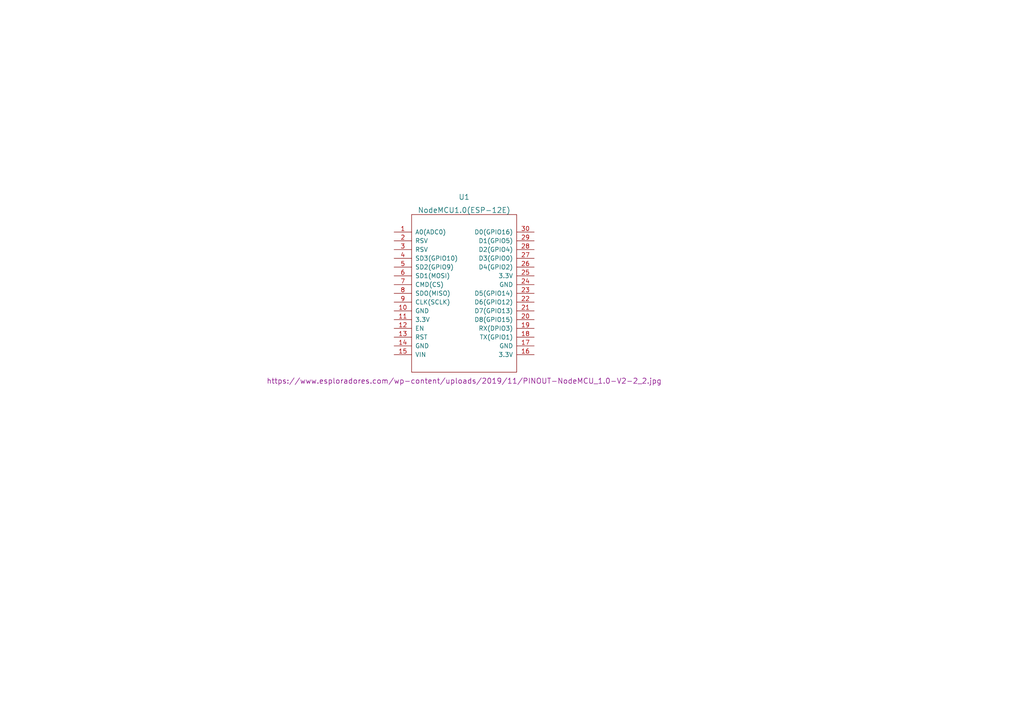
<source format=kicad_sch>
(kicad_sch (version 20211123) (generator eeschema)
  (paper "A4")
  (title_block (title "Testting de esquematicos") (date "2022-11-26") (rev "0.0.1") (company "RhylooSolutions"))
  (lib_symbols
    (symbol "ESP8266:NodeMCU1.0(ESP-12E)" (pin_names (offset 1.016))
      (property "Reference" "U" (at 0 21.59 0))
      (property "Value" "NodeMCU1.0(ESP-12E)" (at 0 -21.59 0))
      (symbol "NodeMCU1.0(ESP-12E)_0_1"
        (rectangle (start -15.24 -22.86) (end 15.24 22.86))
      )
      (symbol "NodeMCU1.0(ESP-12E)_1_1"
        (pin input line (at -20.32 17.78 0) (length 5.08) (name "A0(ADC0)") (number "1"))
        (pin input line (at -20.32 -5.08 0) (length 5.08) (name "GND") (number "10"))
        (pin input line (at -20.32 -7.62 0) (length 5.08) (name "3.3V") (number "11"))
        (pin input line (at -20.32 -10.16 0) (length 5.08) (name "EN") (number "12"))
        (pin input line (at -20.32 -12.7 0) (length 5.08) (name "RST") (number "13"))
        (pin input line (at -20.32 -15.24 0) (length 5.08) (name "GND") (number "14"))
        (pin input line (at -20.32 -17.78 0) (length 5.08) (name "VIN") (number "15"))
        (pin input line (at 20.32 -17.78 180) (length 5.08) (name "3.3V") (number "16"))
        (pin input line (at 20.32 -15.24 180) (length 5.08) (name "GND") (number "17"))
        (pin input line (at 20.32 -12.7 180) (length 5.08) (name "TX(GPIO1)") (number "18"))
        (pin input line (at 20.32 -10.16 180) (length 5.08) (name "RX(DPIO3)") (number "19"))
        (pin input line (at -20.32 15.24 0) (length 5.08) (name "RSV") (number "2"))
        (pin input line (at 20.32 -7.62 180) (length 5.08) (name "D8(GPIO15)") (number "20"))
        (pin input line (at 20.32 -5.08 180) (length 5.08) (name "D7(GPIO13)") (number "21"))
        (pin input line (at 20.32 -2.54 180) (length 5.08) (name "D6(GPIO12)") (number "22"))
        (pin input line (at 20.32 0 180) (length 5.08) (name "D5(GPIO14)") (number "23"))
        (pin input line (at 20.32 2.54 180) (length 5.08) (name "GND") (number "24"))
        (pin input line (at 20.32 5.08 180) (length 5.08) (name "3.3V") (number "25"))
        (pin input line (at 20.32 7.62 180) (length 5.08) (name "D4(GPIO2)") (number "26"))
        (pin input line (at 20.32 10.16 180) (length 5.08) (name "D3(GPIO0)") (number "27"))
        (pin input line (at 20.32 12.7 180) (length 5.08) (name "D2(GPIO4)") (number "28"))
        (pin input line (at 20.32 15.24 180) (length 5.08) (name "D1(GPIO5)") (number "29"))
        (pin input line (at -20.32 12.7 0) (length 5.08) (name "RSV") (number "3"))
        (pin input line (at 20.32 17.78 180) (length 5.08) (name "D0(GPIO16)") (number "30"))
        (pin input line (at -20.32 10.16 0) (length 5.08) (name "SD3(GPIO10)") (number "4"))
        (pin input line (at -20.32 7.62 0) (length 5.08) (name "SD2(GPIO9)") (number "5"))
        (pin input line (at -20.32 5.08 0) (length 5.08) (name "SD1(MOSI)") (number "6"))
        (pin input line (at -20.32 2.54 0) (length 5.08) (name "CMD(CS)") (number "7"))
        (pin input line (at -20.32 0 0) (length 5.08) (name "SDO(MISO)") (number "8"))
        (pin input line (at -20.32 -2.54 0) (length 5.08) (name "CLK(SCLK)") (number "9"))
      )
    )
  )
  (symbol (lib_id "ESP8266:NodeMCU1.0(ESP-12E)") (at 134.62 85.09 0) (unit 1)
    (property "Reference" "U1" (at 134.62 57.15 0) (effects (font (size 1.524 1.524))))
    (property "Value" "NodeMCU1.0(ESP-12E)" (at 134.62 60.96 0) (effects (font (size 1.524 1.524))))
    (property "Datasheet" "https://www.esploradores.com/wp-content/uploads/2019/11/PINOUT-NodeMCU_1.0-V2-2_2.jpg" (at 134.62 110.49 0) (effects (font (size 1.524 1.524))))
  )
)
</source>
